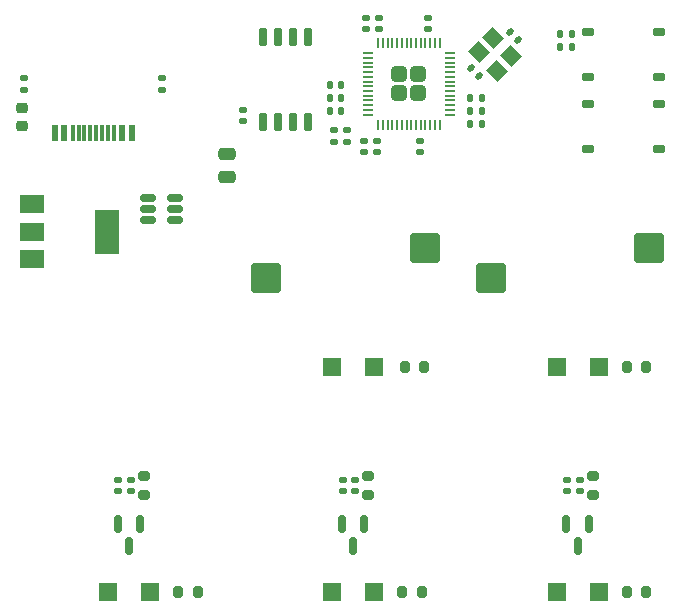
<source format=gbr>
%TF.GenerationSoftware,KiCad,Pcbnew,7.0.1*%
%TF.CreationDate,2023-09-05T02:32:19-04:00*%
%TF.ProjectId,Fluxpad,466c7578-7061-4642-9e6b-696361645f70,rev?*%
%TF.SameCoordinates,Original*%
%TF.FileFunction,Paste,Bot*%
%TF.FilePolarity,Positive*%
%FSLAX46Y46*%
G04 Gerber Fmt 4.6, Leading zero omitted, Abs format (unit mm)*
G04 Created by KiCad (PCBNEW 7.0.1) date 2023-09-05 02:32:19*
%MOMM*%
%LPD*%
G01*
G04 APERTURE LIST*
G04 Aperture macros list*
%AMRoundRect*
0 Rectangle with rounded corners*
0 $1 Rounding radius*
0 $2 $3 $4 $5 $6 $7 $8 $9 X,Y pos of 4 corners*
0 Add a 4 corners polygon primitive as box body*
4,1,4,$2,$3,$4,$5,$6,$7,$8,$9,$2,$3,0*
0 Add four circle primitives for the rounded corners*
1,1,$1+$1,$2,$3*
1,1,$1+$1,$4,$5*
1,1,$1+$1,$6,$7*
1,1,$1+$1,$8,$9*
0 Add four rect primitives between the rounded corners*
20,1,$1+$1,$2,$3,$4,$5,0*
20,1,$1+$1,$4,$5,$6,$7,0*
20,1,$1+$1,$6,$7,$8,$9,0*
20,1,$1+$1,$8,$9,$2,$3,0*%
%AMRotRect*
0 Rectangle, with rotation*
0 The origin of the aperture is its center*
0 $1 length*
0 $2 width*
0 $3 Rotation angle, in degrees counterclockwise*
0 Add horizontal line*
21,1,$1,$2,0,0,$3*%
G04 Aperture macros list end*
%ADD10RoundRect,0.150000X0.350000X0.225000X-0.350000X0.225000X-0.350000X-0.225000X0.350000X-0.225000X0*%
%ADD11RoundRect,0.200000X-0.200000X-0.275000X0.200000X-0.275000X0.200000X0.275000X-0.200000X0.275000X0*%
%ADD12RoundRect,0.135000X0.135000X0.185000X-0.135000X0.185000X-0.135000X-0.185000X0.135000X-0.185000X0*%
%ADD13RoundRect,0.140000X0.170000X-0.140000X0.170000X0.140000X-0.170000X0.140000X-0.170000X-0.140000X0*%
%ADD14RoundRect,0.140000X0.219203X0.021213X0.021213X0.219203X-0.219203X-0.021213X-0.021213X-0.219203X0*%
%ADD15RoundRect,0.225000X0.250000X-0.225000X0.250000X0.225000X-0.250000X0.225000X-0.250000X-0.225000X0*%
%ADD16R,0.600000X1.450000*%
%ADD17R,0.300000X1.450000*%
%ADD18RoundRect,0.140000X-0.170000X0.140000X-0.170000X-0.140000X0.170000X-0.140000X0.170000X0.140000X0*%
%ADD19R,1.550000X1.600000*%
%ADD20RoundRect,0.249999X-0.395001X0.395001X-0.395001X-0.395001X0.395001X-0.395001X0.395001X0.395001X0*%
%ADD21RoundRect,0.050000X-0.050000X0.387500X-0.050000X-0.387500X0.050000X-0.387500X0.050000X0.387500X0*%
%ADD22RoundRect,0.050000X-0.387500X0.050000X-0.387500X-0.050000X0.387500X-0.050000X0.387500X0.050000X0*%
%ADD23RoundRect,0.140000X0.140000X0.170000X-0.140000X0.170000X-0.140000X-0.170000X0.140000X-0.170000X0*%
%ADD24RoundRect,0.150000X-0.150000X0.587500X-0.150000X-0.587500X0.150000X-0.587500X0.150000X0.587500X0*%
%ADD25R,2.000000X1.500000*%
%ADD26R,2.000000X3.800000*%
%ADD27RoundRect,0.135000X-0.185000X0.135000X-0.185000X-0.135000X0.185000X-0.135000X0.185000X0.135000X0*%
%ADD28RoundRect,0.200000X0.275000X-0.200000X0.275000X0.200000X-0.275000X0.200000X-0.275000X-0.200000X0*%
%ADD29RoundRect,0.250000X-1.000000X-1.025000X1.000000X-1.025000X1.000000X1.025000X-1.000000X1.025000X0*%
%ADD30RotRect,1.400000X1.200000X315.000000*%
%ADD31RoundRect,0.140000X-0.140000X-0.170000X0.140000X-0.170000X0.140000X0.170000X-0.140000X0.170000X0*%
%ADD32RoundRect,0.135000X0.185000X-0.135000X0.185000X0.135000X-0.185000X0.135000X-0.185000X-0.135000X0*%
%ADD33RoundRect,0.250000X0.475000X-0.250000X0.475000X0.250000X-0.475000X0.250000X-0.475000X-0.250000X0*%
%ADD34RoundRect,0.150000X-0.512500X-0.150000X0.512500X-0.150000X0.512500X0.150000X-0.512500X0.150000X0*%
%ADD35RoundRect,0.150000X-0.150000X0.650000X-0.150000X-0.650000X0.150000X-0.650000X0.150000X0.650000X0*%
%ADD36RoundRect,0.150000X-0.350000X-0.225000X0.350000X-0.225000X0.350000X0.225000X-0.350000X0.225000X0*%
%ADD37RoundRect,0.140000X-0.219203X-0.021213X-0.021213X-0.219203X0.219203X0.021213X0.021213X0.219203X0*%
G04 APERTURE END LIST*
D10*
%TO.C,SW4*%
X185900000Y-92725000D03*
X179900000Y-92725000D03*
X185900000Y-96475000D03*
X179900000Y-96475000D03*
%TD*%
D11*
%TO.C,R1*%
X164375000Y-115000000D03*
X166025000Y-115000000D03*
%TD*%
D12*
%TO.C,R10*%
X178510000Y-86800000D03*
X177490000Y-86800000D03*
%TD*%
D13*
%TO.C,C2*%
X159100000Y-125480000D03*
X159100000Y-124520000D03*
%TD*%
D14*
%TO.C,C21*%
X173939411Y-87239411D03*
X173260589Y-86560589D03*
%TD*%
D15*
%TO.C,C6*%
X131950000Y-94575000D03*
X131950000Y-93025000D03*
%TD*%
D16*
%TO.C,J1*%
X134750000Y-95195000D03*
X135550000Y-95195000D03*
D17*
X136750000Y-95195000D03*
X137750000Y-95195000D03*
X138250000Y-95195000D03*
X139250000Y-95195000D03*
D16*
X140450000Y-95195000D03*
X141250000Y-95195000D03*
X141250000Y-95195000D03*
X140450000Y-95195000D03*
D17*
X139750000Y-95195000D03*
X138750000Y-95195000D03*
X137250000Y-95195000D03*
X136250000Y-95195000D03*
D16*
X135550000Y-95195000D03*
X134750000Y-95195000D03*
%TD*%
D18*
%TO.C,C9*%
X162000000Y-95820000D03*
X162000000Y-96780000D03*
%TD*%
D11*
%TO.C,R2*%
X183175000Y-115000000D03*
X184825000Y-115000000D03*
%TD*%
D19*
%TO.C,D2*%
X177225000Y-115000000D03*
X180775000Y-115000000D03*
%TD*%
D20*
%TO.C,U4*%
X165525000Y-90200000D03*
X163925000Y-90200000D03*
X165525000Y-91800000D03*
X163925000Y-91800000D03*
D21*
X162125000Y-87562500D03*
X162525000Y-87562500D03*
X162925000Y-87562500D03*
X163325000Y-87562500D03*
X163725000Y-87562500D03*
X164125000Y-87562500D03*
X164525000Y-87562500D03*
X164925000Y-87562500D03*
X165325000Y-87562500D03*
X165725000Y-87562500D03*
X166125000Y-87562500D03*
X166525000Y-87562500D03*
X166925000Y-87562500D03*
X167325000Y-87562500D03*
D22*
X168162500Y-88400000D03*
X168162500Y-88800000D03*
X168162500Y-89200000D03*
X168162500Y-89600000D03*
X168162500Y-90000000D03*
X168162500Y-90400000D03*
X168162500Y-90800000D03*
X168162500Y-91200000D03*
X168162500Y-91600000D03*
X168162500Y-92000000D03*
X168162500Y-92400000D03*
X168162500Y-92800000D03*
X168162500Y-93200000D03*
X168162500Y-93600000D03*
D21*
X167325000Y-94437500D03*
X166925000Y-94437500D03*
X166525000Y-94437500D03*
X166125000Y-94437500D03*
X165725000Y-94437500D03*
X165325000Y-94437500D03*
X164925000Y-94437500D03*
X164525000Y-94437500D03*
X164125000Y-94437500D03*
X163725000Y-94437500D03*
X163325000Y-94437500D03*
X162925000Y-94437500D03*
X162525000Y-94437500D03*
X162125000Y-94437500D03*
D22*
X161287500Y-93600000D03*
X161287500Y-93200000D03*
X161287500Y-92800000D03*
X161287500Y-92400000D03*
X161287500Y-92000000D03*
X161287500Y-91600000D03*
X161287500Y-91200000D03*
X161287500Y-90800000D03*
X161287500Y-90400000D03*
X161287500Y-90000000D03*
X161287500Y-89600000D03*
X161287500Y-89200000D03*
X161287500Y-88800000D03*
X161287500Y-88400000D03*
%TD*%
D11*
%TO.C,R15*%
X183175000Y-134005633D03*
X184825000Y-134005633D03*
%TD*%
D23*
%TO.C,C19*%
X158980000Y-92200000D03*
X158020000Y-92200000D03*
%TD*%
D24*
%TO.C,U2*%
X140050000Y-128262500D03*
X141950000Y-128262500D03*
X141000000Y-130137500D03*
%TD*%
D23*
%TO.C,C13*%
X158980000Y-93300000D03*
X158020000Y-93300000D03*
%TD*%
D13*
%TO.C,C24*%
X141200000Y-125480000D03*
X141200000Y-124520000D03*
%TD*%
%TO.C,C18*%
X150700000Y-94180000D03*
X150700000Y-93220000D03*
%TD*%
D25*
%TO.C,U8*%
X132850000Y-105800000D03*
X132850000Y-103500000D03*
D26*
X139150000Y-103500000D03*
D25*
X132850000Y-101200000D03*
%TD*%
D12*
%TO.C,R9*%
X170910000Y-94400000D03*
X169890000Y-94400000D03*
%TD*%
D19*
%TO.C,D3*%
X139225000Y-134000000D03*
X142775000Y-134000000D03*
%TD*%
D27*
%TO.C,R8*%
X143850000Y-90490000D03*
X143850000Y-91510000D03*
%TD*%
D13*
%TO.C,C8*%
X162200000Y-86380000D03*
X162200000Y-85420000D03*
%TD*%
%TO.C,C11*%
X166300000Y-86380000D03*
X166300000Y-85420000D03*
%TD*%
D19*
%TO.C,D4*%
X158225000Y-134000000D03*
X161775000Y-134000000D03*
%TD*%
D13*
%TO.C,C23*%
X160200000Y-125480000D03*
X160200000Y-124520000D03*
%TD*%
D28*
%TO.C,R16*%
X180300000Y-125825000D03*
X180300000Y-124175000D03*
%TD*%
D29*
%TO.C,SW6*%
X152640000Y-107460000D03*
X166090000Y-104920000D03*
%TD*%
D18*
%TO.C,C7*%
X160900000Y-95820000D03*
X160900000Y-96780000D03*
%TD*%
D24*
%TO.C,U5*%
X178050000Y-128268133D03*
X179950000Y-128268133D03*
X179000000Y-130143133D03*
%TD*%
D13*
%TO.C,C25*%
X179200000Y-125480000D03*
X179200000Y-124520000D03*
%TD*%
D30*
%TO.C,Y1*%
X171823223Y-87121142D03*
X173378858Y-88676777D03*
X172176777Y-89878858D03*
X170621142Y-88323223D03*
%TD*%
D31*
%TO.C,C14*%
X169920000Y-92200000D03*
X170880000Y-92200000D03*
%TD*%
D19*
%TO.C,D1*%
X158225000Y-115000000D03*
X161775000Y-115000000D03*
%TD*%
D32*
%TO.C,R11*%
X158400000Y-95910000D03*
X158400000Y-94890000D03*
%TD*%
D18*
%TO.C,C12*%
X165700000Y-95820000D03*
X165700000Y-96780000D03*
%TD*%
D13*
%TO.C,C17*%
X161100000Y-86380000D03*
X161100000Y-85420000D03*
%TD*%
D31*
%TO.C,C15*%
X169920000Y-93300000D03*
X170880000Y-93300000D03*
%TD*%
D12*
%TO.C,R13*%
X178510000Y-87900000D03*
X177490000Y-87900000D03*
%TD*%
D23*
%TO.C,C16*%
X158980000Y-91100000D03*
X158020000Y-91100000D03*
%TD*%
D11*
%TO.C,R3*%
X145175000Y-134000000D03*
X146825000Y-134000000D03*
%TD*%
D33*
%TO.C,C5*%
X149300000Y-98850000D03*
X149300000Y-96950000D03*
%TD*%
D34*
%TO.C,U7*%
X142662500Y-102525000D03*
X142662500Y-101575000D03*
X142662500Y-100625000D03*
X144937500Y-100625000D03*
X144937500Y-101575000D03*
X144937500Y-102525000D03*
%TD*%
D28*
%TO.C,R6*%
X142300000Y-125825000D03*
X142300000Y-124175000D03*
%TD*%
D35*
%TO.C,U6*%
X152395000Y-87000000D03*
X153665000Y-87000000D03*
X154935000Y-87000000D03*
X156205000Y-87000000D03*
X156205000Y-94200000D03*
X154935000Y-94200000D03*
X153665000Y-94200000D03*
X152395000Y-94200000D03*
%TD*%
D19*
%TO.C,D5*%
X177225000Y-134005633D03*
X180775000Y-134005633D03*
%TD*%
D32*
%TO.C,R7*%
X132150000Y-91510000D03*
X132150000Y-90490000D03*
%TD*%
D27*
%TO.C,R12*%
X159500000Y-94890000D03*
X159500000Y-95910000D03*
%TD*%
D13*
%TO.C,C1*%
X140100000Y-125480000D03*
X140100000Y-124520000D03*
%TD*%
D28*
%TO.C,R14*%
X161300000Y-125825000D03*
X161300000Y-124175000D03*
%TD*%
D29*
%TO.C,SW7*%
X171640000Y-107460000D03*
X185090000Y-104920000D03*
%TD*%
D24*
%TO.C,U3*%
X159050000Y-128262500D03*
X160950000Y-128262500D03*
X160000000Y-130137500D03*
%TD*%
D36*
%TO.C,SW5*%
X179900000Y-90375000D03*
X185900000Y-90375000D03*
X179900000Y-86625000D03*
X185900000Y-86625000D03*
%TD*%
D13*
%TO.C,C22*%
X178100000Y-125480000D03*
X178100000Y-124520000D03*
%TD*%
D37*
%TO.C,C20*%
X169960589Y-89660589D03*
X170639411Y-90339411D03*
%TD*%
D11*
%TO.C,R4*%
X164175000Y-134000000D03*
X165825000Y-134000000D03*
%TD*%
M02*

</source>
